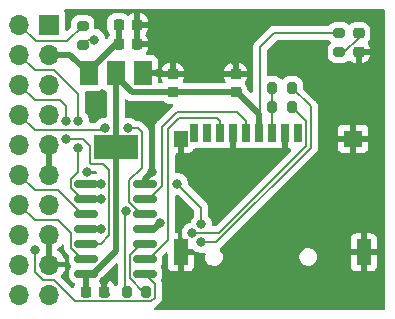
<source format=gbr>
%TF.GenerationSoftware,KiCad,Pcbnew,7.0.7*%
%TF.CreationDate,2023-08-18T08:54:36+02:00*%
%TF.ProjectId,uSD-Turbo,7553442d-5475-4726-926f-2e6b69636164,rev?*%
%TF.SameCoordinates,Original*%
%TF.FileFunction,Copper,L1,Top*%
%TF.FilePolarity,Positive*%
%FSLAX46Y46*%
G04 Gerber Fmt 4.6, Leading zero omitted, Abs format (unit mm)*
G04 Created by KiCad (PCBNEW 7.0.7) date 2023-08-18 08:54:36*
%MOMM*%
%LPD*%
G01*
G04 APERTURE LIST*
G04 Aperture macros list*
%AMRoundRect*
0 Rectangle with rounded corners*
0 $1 Rounding radius*
0 $2 $3 $4 $5 $6 $7 $8 $9 X,Y pos of 4 corners*
0 Add a 4 corners polygon primitive as box body*
4,1,4,$2,$3,$4,$5,$6,$7,$8,$9,$2,$3,0*
0 Add four circle primitives for the rounded corners*
1,1,$1+$1,$2,$3*
1,1,$1+$1,$4,$5*
1,1,$1+$1,$6,$7*
1,1,$1+$1,$8,$9*
0 Add four rect primitives between the rounded corners*
20,1,$1+$1,$2,$3,$4,$5,0*
20,1,$1+$1,$4,$5,$6,$7,0*
20,1,$1+$1,$6,$7,$8,$9,0*
20,1,$1+$1,$8,$9,$2,$3,0*%
G04 Aperture macros list end*
%TA.AperFunction,SMDPad,CuDef*%
%ADD10RoundRect,0.150000X0.825000X0.150000X-0.825000X0.150000X-0.825000X-0.150000X0.825000X-0.150000X0*%
%TD*%
%TA.AperFunction,SMDPad,CuDef*%
%ADD11R,1.500000X2.000000*%
%TD*%
%TA.AperFunction,SMDPad,CuDef*%
%ADD12R,3.800000X2.000000*%
%TD*%
%TA.AperFunction,SMDPad,CuDef*%
%ADD13RoundRect,0.225000X-0.225000X-0.250000X0.225000X-0.250000X0.225000X0.250000X-0.225000X0.250000X0*%
%TD*%
%TA.AperFunction,SMDPad,CuDef*%
%ADD14RoundRect,0.225000X0.250000X-0.225000X0.250000X0.225000X-0.250000X0.225000X-0.250000X-0.225000X0*%
%TD*%
%TA.AperFunction,SMDPad,CuDef*%
%ADD15R,0.700000X1.600000*%
%TD*%
%TA.AperFunction,SMDPad,CuDef*%
%ADD16R,1.200000X1.400000*%
%TD*%
%TA.AperFunction,SMDPad,CuDef*%
%ADD17R,1.200000X2.200000*%
%TD*%
%TA.AperFunction,SMDPad,CuDef*%
%ADD18R,1.600000X1.400000*%
%TD*%
%TA.AperFunction,SMDPad,CuDef*%
%ADD19RoundRect,0.200000X0.275000X-0.200000X0.275000X0.200000X-0.275000X0.200000X-0.275000X-0.200000X0*%
%TD*%
%TA.AperFunction,SMDPad,CuDef*%
%ADD20RoundRect,0.200000X-0.275000X0.200000X-0.275000X-0.200000X0.275000X-0.200000X0.275000X0.200000X0*%
%TD*%
%TA.AperFunction,SMDPad,CuDef*%
%ADD21RoundRect,0.200000X-0.200000X-0.275000X0.200000X-0.275000X0.200000X0.275000X-0.200000X0.275000X0*%
%TD*%
%TA.AperFunction,SMDPad,CuDef*%
%ADD22RoundRect,0.200000X0.200000X0.275000X-0.200000X0.275000X-0.200000X-0.275000X0.200000X-0.275000X0*%
%TD*%
%TA.AperFunction,ComponentPad*%
%ADD23R,1.700000X1.700000*%
%TD*%
%TA.AperFunction,ComponentPad*%
%ADD24O,1.700000X1.700000*%
%TD*%
%TA.AperFunction,SMDPad,CuDef*%
%ADD25RoundRect,0.218750X0.256250X-0.218750X0.256250X0.218750X-0.256250X0.218750X-0.256250X-0.218750X0*%
%TD*%
%TA.AperFunction,ViaPad*%
%ADD26C,0.800000*%
%TD*%
%TA.AperFunction,Conductor*%
%ADD27C,0.500000*%
%TD*%
%TA.AperFunction,Conductor*%
%ADD28C,0.200000*%
%TD*%
G04 APERTURE END LIST*
D10*
%TO.P,U1,1*%
%TO.N,PB2*%
X118245000Y-83942000D03*
%TO.P,U1,2*%
%TO.N,DOUT*%
X118245000Y-82672000D03*
%TO.P,U1,3*%
%TO.N,Net-(R1-Pad1)*%
X118245000Y-81402000D03*
%TO.P,U1,4*%
%TO.N,GND*%
X118245000Y-80132000D03*
%TO.P,U1,5*%
%TO.N,PB1*%
X118245000Y-78862000D03*
%TO.P,U1,6*%
%TO.N,CLK*%
X118245000Y-77592000D03*
%TO.P,U1,7,GND*%
%TO.N,GND*%
X118245000Y-76322000D03*
%TO.P,U1,8*%
%TO.N,Net-(R2-Pad2)*%
X113295000Y-76322000D03*
%TO.P,U1,9*%
%TO.N,CB2*%
X113295000Y-77592000D03*
%TO.P,U1,10*%
%TO.N,PB3*%
X113295000Y-78862000D03*
%TO.P,U1,11*%
%TO.N,Net-(R3-Pad2)*%
X113295000Y-80132000D03*
%TO.P,U1,12*%
%TO.N,PB0*%
X113295000Y-81402000D03*
%TO.P,U1,13*%
%TO.N,PB4*%
X113295000Y-82672000D03*
%TO.P,U1,14,VCC*%
%TO.N,+3.3V*%
X113295000Y-83942000D03*
%TD*%
D11*
%TO.P,U2,1,GND*%
%TO.N,GND*%
X118070000Y-66949000D03*
%TO.P,U2,2,VO*%
%TO.N,+3.3V*%
X115770000Y-66949000D03*
D12*
X115770000Y-73249000D03*
D11*
%TO.P,U2,3,VI*%
%TO.N,+5V*%
X113470000Y-66949000D03*
%TD*%
D13*
%TO.P,C2,1*%
%TO.N,+5V*%
X116011000Y-64511000D03*
%TO.P,C2,2*%
%TO.N,GND*%
X117561000Y-64511000D03*
%TD*%
D14*
%TO.P,C3,1*%
%TO.N,+3.3V*%
X125930000Y-68588000D03*
%TO.P,C3,2*%
%TO.N,GND*%
X125930000Y-67038000D03*
%TD*%
D15*
%TO.P,XS1,1,DAT2*%
%TO.N,unconnected-(XS1-DAT2-Pad1)*%
X131220000Y-72030000D03*
%TO.P,XS1,2,CS/DAT3*%
%TO.N,GND*%
X130120000Y-72030000D03*
%TO.P,XS1,3,DI/CMD*%
%TO.N,DIN*%
X129020000Y-72030000D03*
%TO.P,XS1,4,Vdd*%
%TO.N,+3.3V*%
X127920000Y-72030000D03*
%TO.P,XS1,5,CLK*%
%TO.N,CLK*%
X126820000Y-72030000D03*
D16*
%TO.P,XS1,6,GND*%
%TO.N,GND*%
X121270000Y-72530000D03*
D17*
X121270000Y-82130000D03*
D15*
X125720000Y-72030000D03*
D18*
X135870000Y-72530000D03*
D17*
X136770000Y-82130000D03*
D15*
%TO.P,XS1,7,DO/DAT0*%
%TO.N,DOUT*%
X124620000Y-72030000D03*
%TO.P,XS1,8,DAT1*%
%TO.N,unconnected-(XS1-DAT1-Pad8)*%
X123520000Y-72030000D03*
%TO.P,XS1,9,CD*%
%TO.N,unconnected-(XS1-CD-Pad9)*%
X122420000Y-72030000D03*
%TD*%
D14*
%TO.P,C5,1*%
%TO.N,+3.3V*%
X120596000Y-68588000D03*
%TO.P,C5,2*%
%TO.N,GND*%
X120596000Y-67038000D03*
%TD*%
D19*
%TO.P,R5,1*%
%TO.N,PB1*%
X112976000Y-64574000D03*
%TO.P,R5,2*%
%TO.N,CB1*%
X112976000Y-62924000D03*
%TD*%
D20*
%TO.P,R4,1*%
%TO.N,+3.3V*%
X134693000Y-63559000D03*
%TO.P,R4,2*%
%TO.N,Net-(D1-A)*%
X134693000Y-65209000D03*
%TD*%
D21*
%TO.P,R2,1*%
%TO.N,DIN*%
X129042000Y-68194000D03*
%TO.P,R2,2*%
%TO.N,Net-(R2-Pad2)*%
X130692000Y-68194000D03*
%TD*%
D22*
%TO.P,R1,1*%
%TO.N,Net-(R1-Pad1)*%
X118373000Y-85466000D03*
%TO.P,R1,2*%
%TO.N,CB2*%
X116723000Y-85466000D03*
%TD*%
D23*
%TO.P,J1,1,Pin_1*%
%TO.N,+5V*%
X110160000Y-62840000D03*
D24*
%TO.P,J1,2,Pin_2*%
%TO.N,CB1*%
X107620000Y-62840000D03*
%TO.P,J1,3,Pin_3*%
%TO.N,+5V*%
X110160000Y-65380000D03*
%TO.P,J1,4,Pin_4*%
%TO.N,CB2*%
X107620000Y-65380000D03*
%TO.P,J1,5,Pin_5*%
%TO.N,GND*%
X110160000Y-67920000D03*
%TO.P,J1,6,Pin_6*%
%TO.N,PB0*%
X107620000Y-67920000D03*
%TO.P,J1,7,Pin_7*%
%TO.N,GND*%
X110160000Y-70460000D03*
%TO.P,J1,8,Pin_8*%
%TO.N,PB1*%
X107620000Y-70460000D03*
%TO.P,J1,9,Pin_9*%
%TO.N,GND*%
X110160000Y-73000000D03*
%TO.P,J1,10,Pin_10*%
%TO.N,PB2*%
X107620000Y-73000000D03*
%TO.P,J1,11,Pin_11*%
%TO.N,GND*%
X110160000Y-75540000D03*
%TO.P,J1,12,Pin_12*%
%TO.N,PB3*%
X107620000Y-75540000D03*
%TO.P,J1,13,Pin_13*%
%TO.N,GND*%
X110160000Y-78080000D03*
%TO.P,J1,14,Pin_14*%
%TO.N,PB4*%
X107620000Y-78080000D03*
%TO.P,J1,15,Pin_15*%
%TO.N,GND*%
X110160000Y-80620000D03*
%TO.P,J1,16,Pin_16*%
%TO.N,unconnected-(J1-Pin_16-Pad16)*%
X107620000Y-80620000D03*
%TO.P,J1,17,Pin_17*%
%TO.N,GND*%
X110160000Y-83160000D03*
%TO.P,J1,18,Pin_18*%
%TO.N,unconnected-(J1-Pin_18-Pad18)*%
X107620000Y-83160000D03*
%TO.P,J1,19,Pin_19*%
%TO.N,GND*%
X110160000Y-85700000D03*
%TO.P,J1,20,Pin_20*%
%TO.N,unconnected-(J1-Pin_20-Pad20)*%
X107620000Y-85700000D03*
%TD*%
D13*
%TO.P,C4,1*%
%TO.N,+3.3V*%
X113217000Y-85466000D03*
%TO.P,C4,2*%
%TO.N,GND*%
X114767000Y-85466000D03*
%TD*%
D25*
%TO.P,D1,1,K*%
%TO.N,GND*%
X136344000Y-65171500D03*
%TO.P,D1,2,A*%
%TO.N,Net-(D1-A)*%
X136344000Y-63596500D03*
%TD*%
D21*
%TO.P,R3,1*%
%TO.N,DIN*%
X129042000Y-69845000D03*
%TO.P,R3,2*%
%TO.N,Net-(R3-Pad2)*%
X130692000Y-69845000D03*
%TD*%
D13*
%TO.P,C1,1*%
%TO.N,+5V*%
X116011000Y-62860000D03*
%TO.P,C1,2*%
%TO.N,GND*%
X117561000Y-62860000D03*
%TD*%
D26*
%TO.N,CB2*%
X112595000Y-70988000D03*
X114500000Y-77592000D03*
X112595000Y-73274000D03*
X116659000Y-78608000D03*
%TO.N,PB0*%
X111579000Y-70988000D03*
X111579000Y-72512000D03*
%TO.N,PB1*%
X116786000Y-71623000D03*
X114881000Y-71623000D03*
X113970000Y-64110000D03*
%TO.N,PB2*%
X108912000Y-81910000D03*
%TO.N,Net-(R2-Pad2)*%
X120977000Y-76322000D03*
X123009000Y-79751000D03*
X123009000Y-81275000D03*
X114500000Y-76322000D03*
%TO.N,GND*%
X125908000Y-65888000D03*
X119453000Y-69972000D03*
X117167000Y-69972000D03*
X122374000Y-85212000D03*
X122374000Y-74417000D03*
X114754000Y-84577000D03*
X113738000Y-69083000D03*
X134439000Y-85085000D03*
X119515500Y-79624000D03*
X124406000Y-66924000D03*
X114500000Y-69972000D03*
X119453000Y-66924000D03*
X128597000Y-85212000D03*
X128597000Y-74417000D03*
X134439000Y-74417000D03*
X113357000Y-75306000D03*
X118818000Y-75306000D03*
%TO.N,Net-(R3-Pad2)*%
X114500000Y-80132000D03*
X122247000Y-80513000D03*
%TD*%
D27*
%TO.N,+3.3V*%
X115770000Y-66949000D02*
X115770000Y-67199000D01*
X113295000Y-83942000D02*
X113848528Y-83942000D01*
D28*
X134693000Y-63559000D02*
X129168000Y-63559000D01*
D27*
X126057000Y-68575000D02*
X127920000Y-70438000D01*
D28*
X129168000Y-63559000D02*
X127962000Y-64765000D01*
D27*
X115770000Y-66949000D02*
X115770000Y-73249000D01*
X115770000Y-82020528D02*
X115770000Y-73249000D01*
X113217000Y-84020000D02*
X113295000Y-83942000D01*
D28*
X127962000Y-70396000D02*
X127920000Y-70438000D01*
D27*
X127920000Y-70438000D02*
X127920000Y-72030000D01*
X117146000Y-68575000D02*
X126057000Y-68575000D01*
X113848528Y-83942000D02*
X115770000Y-82020528D01*
D28*
X127962000Y-64765000D02*
X127962000Y-70396000D01*
D27*
X113217000Y-85466000D02*
X113217000Y-84020000D01*
X115770000Y-67199000D02*
X117146000Y-68575000D01*
D28*
%TO.N,Net-(R1-Pad1)*%
X118245000Y-81402000D02*
X117903604Y-81402000D01*
X116970000Y-84317000D02*
X118119000Y-85466000D01*
X117903604Y-81402000D02*
X116970000Y-82335604D01*
X116970000Y-82335604D02*
X116970000Y-84317000D01*
X118119000Y-85466000D02*
X118373000Y-85466000D01*
D27*
%TO.N,+5V*%
X113217000Y-66696000D02*
X113470000Y-66949000D01*
X113470000Y-66811000D02*
X115770000Y-64511000D01*
X111901000Y-65380000D02*
X113470000Y-66949000D01*
X113470000Y-66949000D02*
X113470000Y-66798000D01*
X113470000Y-66949000D02*
X113470000Y-66811000D01*
X116011000Y-64511000D02*
X116011000Y-62860000D01*
X110160000Y-65380000D02*
X111901000Y-65380000D01*
X115770000Y-64511000D02*
X116011000Y-64511000D01*
D28*
%TO.N,CB1*%
X111670000Y-64230000D02*
X112976000Y-62924000D01*
X109010000Y-64230000D02*
X111670000Y-64230000D01*
X107620000Y-62840000D02*
X109010000Y-64230000D01*
%TO.N,CB2*%
X112595000Y-73274000D02*
X112595000Y-75306000D01*
X110536346Y-66670000D02*
X108910000Y-66670000D01*
X108910000Y-66670000D02*
X107620000Y-65380000D01*
X112953604Y-77592000D02*
X113295000Y-77592000D01*
X110536346Y-66670000D02*
X112595000Y-68728654D01*
X116723000Y-85720000D02*
X116570000Y-85567000D01*
X112020000Y-76658396D02*
X112953604Y-77592000D01*
X116570000Y-78697000D02*
X116570000Y-85313000D01*
X112595000Y-75306000D02*
X112020000Y-75881000D01*
X116659000Y-78608000D02*
X116570000Y-78697000D01*
X116570000Y-85313000D02*
X116723000Y-85466000D01*
X112595000Y-68728654D02*
X112595000Y-70988000D01*
X113295000Y-77592000D02*
X114500000Y-77592000D01*
X112020000Y-75881000D02*
X112020000Y-76658396D01*
%TO.N,PB0*%
X113570000Y-74549000D02*
X113692000Y-74671000D01*
X113570000Y-73106000D02*
X113570000Y-74549000D01*
X112976000Y-72512000D02*
X113570000Y-73106000D01*
X107620000Y-67920000D02*
X108910000Y-69210000D01*
X113692000Y-74671000D02*
X114712000Y-74671000D01*
X108910000Y-69210000D02*
X111041950Y-69210000D01*
X114500000Y-81402000D02*
X113295000Y-81402000D01*
X114712000Y-74671000D02*
X115220000Y-75179000D01*
X111579000Y-72512000D02*
X112976000Y-72512000D01*
X111041950Y-69210000D02*
X111579000Y-69747050D01*
X115220000Y-75179000D02*
X115220000Y-80682000D01*
X111579000Y-69747050D02*
X111579000Y-70988000D01*
X115220000Y-80682000D02*
X114500000Y-81402000D01*
%TO.N,PB1*%
X117644000Y-71623000D02*
X117970000Y-71949000D01*
X116913000Y-76042604D02*
X116913000Y-77871396D01*
X108910000Y-71750000D02*
X114754000Y-71750000D01*
X113970000Y-64110000D02*
X113440000Y-64110000D01*
X108910000Y-71750000D02*
X107620000Y-70460000D01*
X117903604Y-78862000D02*
X118245000Y-78862000D01*
X114754000Y-71750000D02*
X114881000Y-71623000D01*
X116913000Y-77871396D02*
X117903604Y-78862000D01*
X117970000Y-74985604D02*
X116913000Y-76042604D01*
X113440000Y-64110000D02*
X112976000Y-64574000D01*
X116786000Y-71623000D02*
X117644000Y-71623000D01*
X117970000Y-71949000D02*
X117970000Y-74985604D01*
%TO.N,PB2*%
X109583654Y-84450000D02*
X110536346Y-84450000D01*
X108912000Y-81910000D02*
X108912000Y-83778346D01*
X119073000Y-85973000D02*
X119073000Y-84770000D01*
X110536346Y-84450000D02*
X112356346Y-86270000D01*
X108912000Y-83778346D02*
X109583654Y-84450000D01*
X119073000Y-84770000D02*
X118245000Y-83942000D01*
X112356346Y-86270000D02*
X118776000Y-86270000D01*
X118776000Y-86270000D02*
X119073000Y-85973000D01*
%TO.N,PB3*%
X107620000Y-75540000D02*
X108912000Y-76832000D01*
X108912000Y-76832000D02*
X110923604Y-76832000D01*
X110923604Y-76832000D02*
X112953604Y-78862000D01*
X112953604Y-78862000D02*
X113295000Y-78862000D01*
%TO.N,PB4*%
X112020000Y-81738396D02*
X112953604Y-82672000D01*
X112953604Y-82672000D02*
X113295000Y-82672000D01*
X112020000Y-80468396D02*
X112020000Y-81738396D01*
X110923604Y-79372000D02*
X112020000Y-80468396D01*
X108912000Y-79372000D02*
X110923604Y-79372000D01*
X107620000Y-78080000D02*
X108912000Y-79372000D01*
%TO.N,Net-(R2-Pad2)*%
X114500000Y-76322000D02*
X113295000Y-76322000D01*
X123009000Y-81275000D02*
X124290685Y-81275000D01*
X123009000Y-78354000D02*
X123009000Y-79751000D01*
X120977000Y-76322000D02*
X123009000Y-78354000D01*
X132270000Y-69772000D02*
X130692000Y-68194000D01*
X124290685Y-81275000D02*
X132270000Y-73295685D01*
X132270000Y-73295685D02*
X132270000Y-69772000D01*
D27*
%TO.N,GND*%
X114995000Y-85642000D02*
X114995000Y-85720000D01*
X114767000Y-85466000D02*
X114767000Y-84590000D01*
X118245000Y-76322000D02*
X118245000Y-75879000D01*
X119007500Y-80132000D02*
X119515500Y-79624000D01*
X110160000Y-83160000D02*
X110160000Y-80620000D01*
X118245000Y-80132000D02*
X119007500Y-80132000D01*
X118245000Y-75879000D02*
X118818000Y-75306000D01*
X114767000Y-84590000D02*
X114754000Y-84577000D01*
X110160000Y-75540000D02*
X110160000Y-73000000D01*
D28*
%TO.N,DOUT*%
X121166000Y-70734000D02*
X124324000Y-70734000D01*
X118245000Y-82672000D02*
X118586396Y-82672000D01*
X124324000Y-70734000D02*
X124620000Y-71030000D01*
X120215000Y-81043396D02*
X120215000Y-71685000D01*
X118586396Y-82672000D02*
X120215000Y-81043396D01*
X120215000Y-71685000D02*
X121166000Y-70734000D01*
X124620000Y-71030000D02*
X124620000Y-72030000D01*
%TO.N,CLK*%
X119707000Y-76471396D02*
X119707000Y-71496000D01*
X126016000Y-70226000D02*
X126820000Y-71030000D01*
X120977000Y-70226000D02*
X126016000Y-70226000D01*
X126820000Y-71030000D02*
X126820000Y-72030000D01*
X118245000Y-77592000D02*
X118586396Y-77592000D01*
X118586396Y-77592000D02*
X119707000Y-76471396D01*
X119707000Y-71496000D02*
X120977000Y-70226000D01*
%TO.N,DIN*%
X129020000Y-69867000D02*
X129042000Y-69845000D01*
X129020000Y-72030000D02*
X129020000Y-69867000D01*
X129042000Y-68194000D02*
X129042000Y-69845000D01*
%TO.N,Net-(D1-A)*%
X135097877Y-65209000D02*
X136344000Y-63962877D01*
X134693000Y-65209000D02*
X135097877Y-65209000D01*
X136344000Y-63962877D02*
X136344000Y-63596500D01*
%TO.N,Net-(R3-Pad2)*%
X124487000Y-80513000D02*
X131870000Y-73130000D01*
X114500000Y-80132000D02*
X113295000Y-80132000D01*
X131870000Y-71023000D02*
X130692000Y-69845000D01*
X131870000Y-73130000D02*
X131870000Y-71023000D01*
X122247000Y-80513000D02*
X124487000Y-80513000D01*
%TD*%
%TA.AperFunction,Conductor*%
%TO.N,GND*%
G36*
X138502539Y-61530185D02*
G01*
X138548294Y-61582989D01*
X138559500Y-61634500D01*
X138559500Y-86905500D01*
X138539815Y-86972539D01*
X138487011Y-87018294D01*
X138435500Y-87029500D01*
X119134646Y-87029500D01*
X119067607Y-87009815D01*
X119021852Y-86957011D01*
X119011908Y-86887853D01*
X119040933Y-86824297D01*
X119072644Y-86798114D01*
X119078834Y-86794538D01*
X119078841Y-86794536D01*
X119151875Y-86738495D01*
X119204282Y-86698282D01*
X119225983Y-86669999D01*
X119231311Y-86663922D01*
X119466922Y-86428311D01*
X119472999Y-86422983D01*
X119501282Y-86401282D01*
X119597536Y-86275841D01*
X119658044Y-86129762D01*
X119673500Y-86012361D01*
X119678682Y-85973000D01*
X119674030Y-85937669D01*
X119673500Y-85929571D01*
X119673500Y-84813428D01*
X119674031Y-84805326D01*
X119677085Y-84782134D01*
X119678682Y-84770000D01*
X119658044Y-84613238D01*
X119623856Y-84530704D01*
X119616388Y-84461236D01*
X119631687Y-84420130D01*
X119671742Y-84352401D01*
X119671744Y-84352398D01*
X119716457Y-84198498D01*
X119717597Y-84194573D01*
X119717598Y-84194567D01*
X119720500Y-84157696D01*
X119720500Y-83726304D01*
X119717598Y-83689432D01*
X119717597Y-83689426D01*
X119671745Y-83531606D01*
X119671744Y-83531603D01*
X119671744Y-83531602D01*
X119631382Y-83463353D01*
X119588084Y-83390139D01*
X119583301Y-83383974D01*
X119585745Y-83382077D01*
X119559142Y-83333358D01*
X119564126Y-83263666D01*
X119584932Y-83231291D01*
X119583301Y-83230026D01*
X119588077Y-83223868D01*
X119588081Y-83223865D01*
X119671744Y-83082398D01*
X119717598Y-82924569D01*
X119720500Y-82887694D01*
X119720500Y-82456306D01*
X119719938Y-82449172D01*
X119734296Y-82380796D01*
X119755868Y-82351761D01*
X119958321Y-82149308D01*
X120019642Y-82115825D01*
X120089334Y-82120809D01*
X120145267Y-82162681D01*
X120169684Y-82228145D01*
X120170000Y-82236991D01*
X120170000Y-83277844D01*
X120176401Y-83337372D01*
X120176403Y-83337379D01*
X120226645Y-83472086D01*
X120226649Y-83472093D01*
X120312809Y-83587187D01*
X120312812Y-83587190D01*
X120427906Y-83673350D01*
X120427913Y-83673354D01*
X120562620Y-83723596D01*
X120562627Y-83723598D01*
X120622155Y-83729999D01*
X120622172Y-83730000D01*
X121020000Y-83730000D01*
X121020000Y-83729999D01*
X121519999Y-83729999D01*
X121520000Y-83730000D01*
X121917828Y-83730000D01*
X121917844Y-83729999D01*
X121977372Y-83723598D01*
X121977379Y-83723596D01*
X122112086Y-83673354D01*
X122112093Y-83673350D01*
X122227187Y-83587190D01*
X122227190Y-83587187D01*
X122313350Y-83472093D01*
X122313354Y-83472086D01*
X122363596Y-83337379D01*
X122363598Y-83337372D01*
X122369999Y-83277844D01*
X122370000Y-83277827D01*
X122370000Y-82380000D01*
X121520000Y-82380000D01*
X121519999Y-83729999D01*
X121020000Y-83729999D01*
X121020000Y-80530000D01*
X120939500Y-80530000D01*
X120872461Y-80510315D01*
X120826706Y-80457511D01*
X120815500Y-80406000D01*
X120815500Y-77346500D01*
X120835185Y-77279461D01*
X120887989Y-77233706D01*
X120939500Y-77222500D01*
X120976903Y-77222500D01*
X121043942Y-77242185D01*
X121064584Y-77258819D01*
X122372181Y-78566415D01*
X122405666Y-78627738D01*
X122408500Y-78654096D01*
X122408500Y-79024547D01*
X122388815Y-79091586D01*
X122376650Y-79107519D01*
X122276466Y-79218785D01*
X122181821Y-79382715D01*
X122181819Y-79382719D01*
X122125929Y-79554731D01*
X122086491Y-79612406D01*
X122033781Y-79637702D01*
X121967195Y-79651856D01*
X121967192Y-79651857D01*
X121794270Y-79728848D01*
X121794265Y-79728851D01*
X121641129Y-79840111D01*
X121514466Y-79980785D01*
X121419821Y-80144715D01*
X121419818Y-80144722D01*
X121372874Y-80289202D01*
X121361326Y-80324744D01*
X121341540Y-80513000D01*
X121361326Y-80701256D01*
X121361327Y-80701259D01*
X121419818Y-80881277D01*
X121419820Y-80881281D01*
X121419821Y-80881284D01*
X121459955Y-80950798D01*
X121503387Y-81026026D01*
X121519999Y-81088025D01*
X121519999Y-81879999D01*
X121520000Y-81880000D01*
X122286794Y-81880000D01*
X122353833Y-81899685D01*
X122378940Y-81921024D01*
X122393324Y-81936998D01*
X122403133Y-81947892D01*
X122403135Y-81947893D01*
X122556265Y-82059148D01*
X122556270Y-82059151D01*
X122729192Y-82136142D01*
X122729197Y-82136144D01*
X122914354Y-82175500D01*
X122914355Y-82175500D01*
X123103644Y-82175500D01*
X123103646Y-82175500D01*
X123229179Y-82148817D01*
X123298843Y-82154133D01*
X123354576Y-82196270D01*
X123378682Y-82261849D01*
X123373748Y-82305670D01*
X123345871Y-82398786D01*
X123345869Y-82398794D01*
X123335668Y-82573933D01*
X123351058Y-82661210D01*
X123366135Y-82746711D01*
X123435623Y-82907804D01*
X123435624Y-82907806D01*
X123435626Y-82907809D01*
X123467153Y-82950156D01*
X123540390Y-83048530D01*
X123674786Y-83161302D01*
X123752488Y-83200325D01*
X123831562Y-83240038D01*
X123831563Y-83240038D01*
X123831567Y-83240040D01*
X124002279Y-83280500D01*
X124002282Y-83280500D01*
X124133701Y-83280500D01*
X124133709Y-83280500D01*
X124264255Y-83265241D01*
X124429117Y-83205237D01*
X124575696Y-83108830D01*
X124696092Y-82981218D01*
X124783812Y-82829281D01*
X124834130Y-82661210D01*
X124839213Y-82573933D01*
X131315668Y-82573933D01*
X131331058Y-82661210D01*
X131346135Y-82746711D01*
X131415623Y-82907804D01*
X131415624Y-82907806D01*
X131415626Y-82907809D01*
X131447153Y-82950156D01*
X131520390Y-83048530D01*
X131654786Y-83161302D01*
X131732488Y-83200325D01*
X131811562Y-83240038D01*
X131811563Y-83240038D01*
X131811567Y-83240040D01*
X131982279Y-83280500D01*
X131982282Y-83280500D01*
X132113701Y-83280500D01*
X132113709Y-83280500D01*
X132244255Y-83265241D01*
X132409117Y-83205237D01*
X132555696Y-83108830D01*
X132676092Y-82981218D01*
X132763812Y-82829281D01*
X132814130Y-82661210D01*
X132824331Y-82486065D01*
X132805628Y-82380000D01*
X135670000Y-82380000D01*
X135670000Y-83277844D01*
X135676401Y-83337372D01*
X135676403Y-83337379D01*
X135726645Y-83472086D01*
X135726649Y-83472093D01*
X135812809Y-83587187D01*
X135812812Y-83587190D01*
X135927906Y-83673350D01*
X135927913Y-83673354D01*
X136062620Y-83723596D01*
X136062627Y-83723598D01*
X136122155Y-83729999D01*
X136122172Y-83730000D01*
X136520000Y-83730000D01*
X136520000Y-82380000D01*
X137020000Y-82380000D01*
X137020000Y-83730000D01*
X137417828Y-83730000D01*
X137417844Y-83729999D01*
X137477372Y-83723598D01*
X137477379Y-83723596D01*
X137612086Y-83673354D01*
X137612093Y-83673350D01*
X137727187Y-83587190D01*
X137727190Y-83587187D01*
X137813350Y-83472093D01*
X137813354Y-83472086D01*
X137863596Y-83337379D01*
X137863598Y-83337372D01*
X137869999Y-83277844D01*
X137870000Y-83277827D01*
X137870000Y-82380000D01*
X137020000Y-82380000D01*
X136520000Y-82380000D01*
X135670000Y-82380000D01*
X132805628Y-82380000D01*
X132793865Y-82313289D01*
X132724377Y-82152196D01*
X132722228Y-82149310D01*
X132619609Y-82011469D01*
X132485214Y-81898698D01*
X132485212Y-81898697D01*
X132447984Y-81880000D01*
X135670000Y-81880000D01*
X136520000Y-81880000D01*
X136520000Y-80530000D01*
X137020000Y-80530000D01*
X137020000Y-81880000D01*
X137870000Y-81880000D01*
X137870000Y-80982172D01*
X137869999Y-80982155D01*
X137863598Y-80922627D01*
X137863596Y-80922620D01*
X137813354Y-80787913D01*
X137813350Y-80787906D01*
X137727190Y-80672812D01*
X137727187Y-80672809D01*
X137612093Y-80586649D01*
X137612086Y-80586645D01*
X137477379Y-80536403D01*
X137477372Y-80536401D01*
X137417844Y-80530000D01*
X137020000Y-80530000D01*
X136520000Y-80530000D01*
X136122155Y-80530000D01*
X136062627Y-80536401D01*
X136062620Y-80536403D01*
X135927913Y-80586645D01*
X135927906Y-80586649D01*
X135812812Y-80672809D01*
X135812809Y-80672812D01*
X135726649Y-80787906D01*
X135726645Y-80787913D01*
X135676403Y-80922620D01*
X135676401Y-80922627D01*
X135670000Y-80982155D01*
X135670000Y-81880000D01*
X132447984Y-81880000D01*
X132328437Y-81819961D01*
X132328433Y-81819960D01*
X132157721Y-81779500D01*
X132026291Y-81779500D01*
X131921854Y-81791707D01*
X131895743Y-81794759D01*
X131895740Y-81794760D01*
X131730884Y-81854762D01*
X131730880Y-81854764D01*
X131584306Y-81951167D01*
X131584305Y-81951168D01*
X131463910Y-82078778D01*
X131376188Y-82230718D01*
X131325870Y-82398789D01*
X131325869Y-82398794D01*
X131315668Y-82573933D01*
X124839213Y-82573933D01*
X124844331Y-82486065D01*
X124813865Y-82313289D01*
X124744377Y-82152196D01*
X124742228Y-82149310D01*
X124639609Y-82011469D01*
X124604022Y-81981608D01*
X124565320Y-81923437D01*
X124564212Y-81853576D01*
X124601049Y-81794206D01*
X124608226Y-81788255D01*
X124718967Y-81703282D01*
X124740669Y-81674998D01*
X124745995Y-81668923D01*
X132663916Y-73751003D01*
X132670006Y-73745662D01*
X132698282Y-73723967D01*
X132760960Y-73642284D01*
X132794536Y-73598526D01*
X132855044Y-73452447D01*
X132875682Y-73295685D01*
X132871027Y-73260340D01*
X132870499Y-73252268D01*
X132870499Y-72780000D01*
X134570000Y-72780000D01*
X134570000Y-73277844D01*
X134576401Y-73337372D01*
X134576403Y-73337379D01*
X134626645Y-73472086D01*
X134626649Y-73472093D01*
X134712809Y-73587187D01*
X134712812Y-73587190D01*
X134827906Y-73673350D01*
X134827913Y-73673354D01*
X134962620Y-73723596D01*
X134962627Y-73723598D01*
X135022155Y-73729999D01*
X135022172Y-73730000D01*
X135620000Y-73730000D01*
X135620000Y-72780000D01*
X136120000Y-72780000D01*
X136120000Y-73730000D01*
X136717828Y-73730000D01*
X136717844Y-73729999D01*
X136777372Y-73723598D01*
X136777379Y-73723596D01*
X136912086Y-73673354D01*
X136912093Y-73673350D01*
X137027187Y-73587190D01*
X137027190Y-73587187D01*
X137113350Y-73472093D01*
X137113354Y-73472086D01*
X137163596Y-73337379D01*
X137163598Y-73337372D01*
X137169999Y-73277844D01*
X137170000Y-73277827D01*
X137170000Y-72780000D01*
X136120000Y-72780000D01*
X135620000Y-72780000D01*
X134570000Y-72780000D01*
X132870499Y-72780000D01*
X132870499Y-72280000D01*
X134570000Y-72280000D01*
X135620000Y-72280000D01*
X135620000Y-71330000D01*
X136120000Y-71330000D01*
X136120000Y-72280000D01*
X137170000Y-72280000D01*
X137170000Y-71782172D01*
X137169999Y-71782155D01*
X137163598Y-71722627D01*
X137163596Y-71722620D01*
X137113354Y-71587913D01*
X137113350Y-71587906D01*
X137027190Y-71472812D01*
X137027187Y-71472809D01*
X136912093Y-71386649D01*
X136912086Y-71386645D01*
X136777379Y-71336403D01*
X136777372Y-71336401D01*
X136717844Y-71330000D01*
X136120000Y-71330000D01*
X135620000Y-71330000D01*
X135022155Y-71330000D01*
X134962627Y-71336401D01*
X134962620Y-71336403D01*
X134827913Y-71386645D01*
X134827906Y-71386649D01*
X134712812Y-71472809D01*
X134712809Y-71472812D01*
X134626649Y-71587906D01*
X134626645Y-71587913D01*
X134576403Y-71722620D01*
X134576401Y-71722627D01*
X134570000Y-71782155D01*
X134570000Y-72280000D01*
X132870499Y-72280000D01*
X132870499Y-69815414D01*
X132871027Y-69807345D01*
X132875682Y-69772000D01*
X132871956Y-69743701D01*
X132855044Y-69615239D01*
X132855044Y-69615238D01*
X132794536Y-69469159D01*
X132757970Y-69421505D01*
X132698282Y-69343718D01*
X132670005Y-69322020D01*
X132663904Y-69316669D01*
X131628819Y-68281584D01*
X131595334Y-68220261D01*
X131592500Y-68193903D01*
X131592500Y-68054294D01*
X131592500Y-67862384D01*
X131586086Y-67791804D01*
X131535478Y-67629394D01*
X131447472Y-67483815D01*
X131447470Y-67483813D01*
X131447469Y-67483811D01*
X131327188Y-67363530D01*
X131267248Y-67327295D01*
X131181606Y-67275522D01*
X131019196Y-67224914D01*
X131019194Y-67224913D01*
X131019192Y-67224913D01*
X130969778Y-67220423D01*
X130948616Y-67218500D01*
X130435384Y-67218500D01*
X130416145Y-67220248D01*
X130364807Y-67224913D01*
X130202393Y-67275522D01*
X130056811Y-67363530D01*
X130056810Y-67363531D01*
X129954681Y-67465661D01*
X129893358Y-67499146D01*
X129823666Y-67494162D01*
X129779319Y-67465661D01*
X129677188Y-67363530D01*
X129617248Y-67327295D01*
X129531606Y-67275522D01*
X129369196Y-67224914D01*
X129369194Y-67224913D01*
X129369192Y-67224913D01*
X129319778Y-67220423D01*
X129298616Y-67218500D01*
X128785384Y-67218500D01*
X128714804Y-67224914D01*
X128714803Y-67224914D01*
X128714794Y-67224915D01*
X128710675Y-67225734D01*
X128641085Y-67219498D01*
X128585913Y-67176629D01*
X128562676Y-67110736D01*
X128562499Y-67104148D01*
X128562499Y-65065096D01*
X128582184Y-64998058D01*
X128598818Y-64977416D01*
X129380416Y-64195819D01*
X129441739Y-64162334D01*
X129468097Y-64159500D01*
X133776480Y-64159500D01*
X133843519Y-64179185D01*
X133864161Y-64195819D01*
X133964660Y-64296318D01*
X133998145Y-64357641D01*
X133993161Y-64427333D01*
X133964661Y-64471679D01*
X133862531Y-64573810D01*
X133862530Y-64573811D01*
X133774522Y-64719393D01*
X133723913Y-64881807D01*
X133717499Y-64952386D01*
X133717499Y-65465613D01*
X133723913Y-65536192D01*
X133723913Y-65536194D01*
X133723914Y-65536196D01*
X133774522Y-65698606D01*
X133862212Y-65843663D01*
X133862530Y-65844188D01*
X133982811Y-65964469D01*
X133982813Y-65964470D01*
X133982815Y-65964472D01*
X134128394Y-66052478D01*
X134290804Y-66103086D01*
X134361384Y-66109500D01*
X134361387Y-66109500D01*
X135024613Y-66109500D01*
X135024616Y-66109500D01*
X135095196Y-66103086D01*
X135257606Y-66052478D01*
X135403185Y-65964472D01*
X135415086Y-65952571D01*
X135436665Y-65930993D01*
X135497988Y-65897508D01*
X135567680Y-65902492D01*
X135612027Y-65930993D01*
X135638919Y-65957885D01*
X135781922Y-66046091D01*
X135781927Y-66046093D01*
X135941416Y-66098942D01*
X136039855Y-66108999D01*
X136093999Y-66108998D01*
X136094000Y-66108998D01*
X136094000Y-65421500D01*
X136594000Y-65421500D01*
X136594000Y-66108999D01*
X136648136Y-66108999D01*
X136648152Y-66108998D01*
X136746583Y-66098943D01*
X136906072Y-66046093D01*
X136906077Y-66046091D01*
X137049080Y-65957885D01*
X137167885Y-65839080D01*
X137256091Y-65696077D01*
X137256093Y-65696072D01*
X137308942Y-65536583D01*
X137318999Y-65438150D01*
X137319000Y-65438137D01*
X137319000Y-65421500D01*
X136594000Y-65421500D01*
X136094000Y-65421500D01*
X136094000Y-65113474D01*
X136113685Y-65046435D01*
X136130319Y-65025792D01*
X136145612Y-65010500D01*
X136198293Y-64957818D01*
X136259618Y-64924334D01*
X136285975Y-64921500D01*
X137318999Y-64921500D01*
X137318999Y-64904864D01*
X137318998Y-64904847D01*
X137308943Y-64806416D01*
X137256093Y-64646927D01*
X137256091Y-64646922D01*
X137167885Y-64503919D01*
X137136000Y-64472034D01*
X137102515Y-64410711D01*
X137107499Y-64341019D01*
X137136000Y-64296672D01*
X137136354Y-64296318D01*
X137168281Y-64264391D01*
X137256549Y-64121287D01*
X137309436Y-63961685D01*
X137319500Y-63863174D01*
X137319500Y-63329826D01*
X137309436Y-63231315D01*
X137256549Y-63071713D01*
X137256545Y-63071707D01*
X137256544Y-63071704D01*
X137168283Y-62928612D01*
X137168280Y-62928608D01*
X137049391Y-62809719D01*
X137049387Y-62809716D01*
X136906295Y-62721455D01*
X136906289Y-62721452D01*
X136906287Y-62721451D01*
X136746685Y-62668564D01*
X136746683Y-62668563D01*
X136648181Y-62658500D01*
X136648174Y-62658500D01*
X136039826Y-62658500D01*
X136039818Y-62658500D01*
X135941316Y-62668563D01*
X135941315Y-62668564D01*
X135862219Y-62694773D01*
X135781715Y-62721450D01*
X135781704Y-62721455D01*
X135638612Y-62809716D01*
X135638611Y-62809716D01*
X135611671Y-62836656D01*
X135550346Y-62870139D01*
X135480655Y-62865152D01*
X135436311Y-62836653D01*
X135403188Y-62803530D01*
X135257606Y-62715522D01*
X135106906Y-62668563D01*
X135095196Y-62664914D01*
X135095194Y-62664913D01*
X135095192Y-62664913D01*
X135045778Y-62660423D01*
X135024616Y-62658500D01*
X134361384Y-62658500D01*
X134342145Y-62660248D01*
X134290807Y-62664913D01*
X134128393Y-62715522D01*
X133982811Y-62803530D01*
X133982810Y-62803531D01*
X133864161Y-62922181D01*
X133802838Y-62955666D01*
X133776480Y-62958500D01*
X129211434Y-62958500D01*
X129203334Y-62957969D01*
X129168000Y-62953317D01*
X129167999Y-62953317D01*
X128963011Y-62980305D01*
X128940467Y-63002583D01*
X128929144Y-63007959D01*
X128865160Y-63034462D01*
X128865159Y-63034463D01*
X128739719Y-63130716D01*
X128718019Y-63158994D01*
X128712668Y-63165096D01*
X127568096Y-64309668D01*
X127561994Y-64315019D01*
X127533717Y-64336718D01*
X127483259Y-64402478D01*
X127437462Y-64462162D01*
X127437461Y-64462163D01*
X127376957Y-64608234D01*
X127376955Y-64608239D01*
X127356318Y-64764998D01*
X127356318Y-64764999D01*
X127360969Y-64800326D01*
X127361500Y-64808428D01*
X127361500Y-68518770D01*
X127341815Y-68585809D01*
X127289011Y-68631564D01*
X127219853Y-68641508D01*
X127156297Y-68612483D01*
X127149819Y-68606451D01*
X126941778Y-68398410D01*
X126908293Y-68337087D01*
X126905619Y-68317017D01*
X126905499Y-68314672D01*
X126905499Y-68314656D01*
X126895349Y-68215292D01*
X126842003Y-68054303D01*
X126841999Y-68054297D01*
X126841998Y-68054294D01*
X126752970Y-67909959D01*
X126752967Y-67909955D01*
X126743339Y-67900327D01*
X126709854Y-67839004D01*
X126714838Y-67769312D01*
X126743345Y-67724959D01*
X126752573Y-67715731D01*
X126841542Y-67571492D01*
X126841547Y-67571481D01*
X126894855Y-67410606D01*
X126904999Y-67311322D01*
X126905000Y-67311309D01*
X126905000Y-67288000D01*
X124955001Y-67288000D01*
X124955001Y-67311322D01*
X124965144Y-67410607D01*
X125018452Y-67571481D01*
X125018455Y-67571488D01*
X125057879Y-67635402D01*
X125076320Y-67702794D01*
X125055398Y-67769458D01*
X125001757Y-67814228D01*
X124952341Y-67824500D01*
X121573659Y-67824500D01*
X121506620Y-67804815D01*
X121460865Y-67752011D01*
X121450921Y-67682853D01*
X121468121Y-67635402D01*
X121507544Y-67571488D01*
X121507547Y-67571481D01*
X121560855Y-67410606D01*
X121570999Y-67311322D01*
X121571000Y-67311309D01*
X121571000Y-67288000D01*
X119621001Y-67288000D01*
X119621001Y-67311322D01*
X119631144Y-67410607D01*
X119684452Y-67571481D01*
X119684455Y-67571488D01*
X119723879Y-67635402D01*
X119742320Y-67702794D01*
X119721398Y-67769458D01*
X119667757Y-67814228D01*
X119618341Y-67824500D01*
X119444000Y-67824500D01*
X119376961Y-67804815D01*
X119331206Y-67752011D01*
X119320000Y-67700500D01*
X119320000Y-67199000D01*
X117944000Y-67199000D01*
X117876961Y-67179315D01*
X117831206Y-67126511D01*
X117820000Y-67075000D01*
X117820000Y-66823000D01*
X117830277Y-66788000D01*
X119621000Y-66788000D01*
X120346000Y-66788000D01*
X120346000Y-66088000D01*
X120846000Y-66088000D01*
X120846000Y-66788000D01*
X121570999Y-66788000D01*
X124955000Y-66788000D01*
X125679999Y-66788000D01*
X125679999Y-66088000D01*
X126180000Y-66088000D01*
X126180000Y-66788000D01*
X126904999Y-66788000D01*
X126904999Y-66764692D01*
X126904998Y-66764677D01*
X126894855Y-66665392D01*
X126841547Y-66504518D01*
X126841542Y-66504507D01*
X126752575Y-66360271D01*
X126752572Y-66360267D01*
X126632732Y-66240427D01*
X126632728Y-66240424D01*
X126488492Y-66151457D01*
X126488481Y-66151452D01*
X126327606Y-66098144D01*
X126228322Y-66088000D01*
X126180000Y-66088000D01*
X125679999Y-66088000D01*
X125679998Y-66087999D01*
X125631693Y-66088000D01*
X125631675Y-66088001D01*
X125532392Y-66098144D01*
X125371518Y-66151452D01*
X125371507Y-66151457D01*
X125227271Y-66240424D01*
X125227267Y-66240427D01*
X125107427Y-66360267D01*
X125107424Y-66360271D01*
X125018457Y-66504507D01*
X125018452Y-66504518D01*
X124965144Y-66665393D01*
X124955000Y-66764677D01*
X124955000Y-66788000D01*
X121570999Y-66788000D01*
X121570999Y-66764692D01*
X121570998Y-66764677D01*
X121560855Y-66665392D01*
X121507547Y-66504518D01*
X121507542Y-66504507D01*
X121418575Y-66360271D01*
X121418572Y-66360267D01*
X121298732Y-66240427D01*
X121298728Y-66240424D01*
X121154492Y-66151457D01*
X121154481Y-66151452D01*
X120993606Y-66098144D01*
X120894322Y-66088000D01*
X120846000Y-66088000D01*
X120346000Y-66088000D01*
X120345999Y-66087999D01*
X120297693Y-66088000D01*
X120297675Y-66088001D01*
X120198392Y-66098144D01*
X120037518Y-66151452D01*
X120037507Y-66151457D01*
X119893271Y-66240424D01*
X119893267Y-66240427D01*
X119773427Y-66360267D01*
X119773424Y-66360271D01*
X119684457Y-66504507D01*
X119684452Y-66504518D01*
X119631144Y-66665393D01*
X119621000Y-66764677D01*
X119621000Y-66788000D01*
X117830277Y-66788000D01*
X117839685Y-66755961D01*
X117892489Y-66710206D01*
X117944000Y-66699000D01*
X119320000Y-66699000D01*
X119320000Y-65901172D01*
X119319999Y-65901155D01*
X119313598Y-65841627D01*
X119313596Y-65841620D01*
X119263354Y-65706913D01*
X119263350Y-65706906D01*
X119177190Y-65591812D01*
X119177187Y-65591809D01*
X119062093Y-65505649D01*
X119062086Y-65505645D01*
X118927379Y-65455403D01*
X118927372Y-65455401D01*
X118867844Y-65449000D01*
X118422667Y-65449000D01*
X118355628Y-65429315D01*
X118309873Y-65376511D01*
X118299929Y-65307353D01*
X118328954Y-65243797D01*
X118334986Y-65237319D01*
X118358572Y-65213732D01*
X118358575Y-65213728D01*
X118447542Y-65069492D01*
X118447547Y-65069481D01*
X118500855Y-64908606D01*
X118510999Y-64809322D01*
X118511000Y-64809309D01*
X118511000Y-64761000D01*
X117435000Y-64761000D01*
X117367961Y-64741315D01*
X117322206Y-64688511D01*
X117311000Y-64637000D01*
X117311000Y-63110000D01*
X117811000Y-63110000D01*
X117811000Y-64261000D01*
X118510999Y-64261000D01*
X118510999Y-64212692D01*
X118510998Y-64212677D01*
X118500855Y-64113392D01*
X118447547Y-63952518D01*
X118447542Y-63952507D01*
X118358575Y-63808271D01*
X118358572Y-63808267D01*
X118323486Y-63773181D01*
X118290001Y-63711858D01*
X118294985Y-63642166D01*
X118323486Y-63597819D01*
X118358572Y-63562732D01*
X118358575Y-63562728D01*
X118447542Y-63418492D01*
X118447547Y-63418481D01*
X118500855Y-63257606D01*
X118510999Y-63158322D01*
X118511000Y-63158309D01*
X118511000Y-63110000D01*
X117811000Y-63110000D01*
X117311000Y-63110000D01*
X117311000Y-61885000D01*
X117811000Y-61885000D01*
X117811000Y-62610000D01*
X118510999Y-62610000D01*
X118510999Y-62561692D01*
X118510998Y-62561677D01*
X118500855Y-62462392D01*
X118447547Y-62301518D01*
X118447542Y-62301507D01*
X118358575Y-62157271D01*
X118358572Y-62157267D01*
X118238732Y-62037427D01*
X118238728Y-62037424D01*
X118094492Y-61948457D01*
X118094481Y-61948452D01*
X117933606Y-61895144D01*
X117834322Y-61885000D01*
X117811000Y-61885000D01*
X117311000Y-61885000D01*
X117311000Y-61884999D01*
X117287693Y-61885000D01*
X117287674Y-61885001D01*
X117188392Y-61895144D01*
X117027518Y-61948452D01*
X117027507Y-61948457D01*
X116883271Y-62037424D01*
X116883265Y-62037428D01*
X116874031Y-62046663D01*
X116812707Y-62080146D01*
X116743015Y-62075159D01*
X116698672Y-62046660D01*
X116689044Y-62037032D01*
X116689040Y-62037029D01*
X116544705Y-61948001D01*
X116544699Y-61947998D01*
X116544697Y-61947997D01*
X116534388Y-61944581D01*
X116383709Y-61894651D01*
X116284346Y-61884500D01*
X115737662Y-61884500D01*
X115737644Y-61884501D01*
X115638292Y-61894650D01*
X115638289Y-61894651D01*
X115477305Y-61947996D01*
X115477294Y-61948001D01*
X115332959Y-62037029D01*
X115332955Y-62037032D01*
X115213032Y-62156955D01*
X115213029Y-62156959D01*
X115124001Y-62301294D01*
X115123996Y-62301305D01*
X115070651Y-62462290D01*
X115060500Y-62561647D01*
X115060500Y-63158337D01*
X115060501Y-63158355D01*
X115070650Y-63257707D01*
X115070651Y-63257710D01*
X115123996Y-63418694D01*
X115124001Y-63418705D01*
X115213029Y-63563040D01*
X115213032Y-63563044D01*
X115224181Y-63574193D01*
X115257666Y-63635516D01*
X115260500Y-63661874D01*
X115260500Y-63709126D01*
X115240815Y-63776165D01*
X115224181Y-63796807D01*
X115213032Y-63807955D01*
X115213029Y-63807959D01*
X115124001Y-63952294D01*
X115123993Y-63952311D01*
X115103632Y-64013757D01*
X115063859Y-64071202D01*
X114999343Y-64098024D01*
X114930567Y-64085708D01*
X114879368Y-64038165D01*
X114862607Y-63987717D01*
X114855674Y-63921744D01*
X114797179Y-63741716D01*
X114702533Y-63577784D01*
X114575871Y-63437112D01*
X114550228Y-63418481D01*
X114422734Y-63325851D01*
X114422729Y-63325848D01*
X114249807Y-63248857D01*
X114249802Y-63248855D01*
X114112609Y-63219694D01*
X114064646Y-63209500D01*
X114064645Y-63209500D01*
X114064640Y-63209499D01*
X114062521Y-63209276D01*
X114061378Y-63208805D01*
X114058289Y-63208149D01*
X114058409Y-63207583D01*
X113997910Y-63182682D01*
X113957933Y-63125379D01*
X113951500Y-63085957D01*
X113951500Y-62922181D01*
X113951500Y-62667384D01*
X113945086Y-62596804D01*
X113894478Y-62434394D01*
X113806472Y-62288815D01*
X113806470Y-62288813D01*
X113806469Y-62288811D01*
X113686188Y-62168530D01*
X113667563Y-62157271D01*
X113540606Y-62080522D01*
X113378196Y-62029914D01*
X113378194Y-62029913D01*
X113378192Y-62029913D01*
X113328778Y-62025423D01*
X113307616Y-62023500D01*
X112644384Y-62023500D01*
X112625144Y-62025248D01*
X112573807Y-62029913D01*
X112411393Y-62080522D01*
X112265811Y-62168530D01*
X112145530Y-62288811D01*
X112057522Y-62434393D01*
X112006913Y-62596807D01*
X112001782Y-62653275D01*
X112000725Y-62664914D01*
X112000500Y-62667386D01*
X112000500Y-62998901D01*
X111980815Y-63065940D01*
X111964181Y-63086582D01*
X111722180Y-63328583D01*
X111660857Y-63362068D01*
X111591165Y-63357084D01*
X111535232Y-63315212D01*
X111510815Y-63249748D01*
X111510499Y-63240902D01*
X111510499Y-61942129D01*
X111510498Y-61942123D01*
X111504091Y-61882516D01*
X111453797Y-61747671D01*
X111453795Y-61747668D01*
X111424707Y-61708811D01*
X111400290Y-61643347D01*
X111415142Y-61575074D01*
X111464547Y-61525668D01*
X111523974Y-61510500D01*
X138435500Y-61510500D01*
X138502539Y-61530185D01*
G37*
%TD.AperFunction*%
%TA.AperFunction,Conductor*%
G36*
X115888833Y-83065575D02*
G01*
X115944766Y-83107447D01*
X115969183Y-83172911D01*
X115969499Y-83181757D01*
X115969499Y-84717985D01*
X115951616Y-84782134D01*
X115879520Y-84901395D01*
X115878206Y-84904316D01*
X115876677Y-84906099D01*
X115875642Y-84907812D01*
X115875357Y-84907639D01*
X115832736Y-84957365D01*
X115765803Y-84977410D01*
X115698659Y-84958087D01*
X115658837Y-84912738D01*
X115657339Y-84913663D01*
X115564575Y-84763271D01*
X115564572Y-84763267D01*
X115444732Y-84643427D01*
X115444728Y-84643424D01*
X115300492Y-84554457D01*
X115300481Y-84554452D01*
X115139606Y-84501144D01*
X115040322Y-84491000D01*
X115017000Y-84491000D01*
X115017000Y-85545500D01*
X114997315Y-85612539D01*
X114944511Y-85658294D01*
X114893000Y-85669500D01*
X114641000Y-85669500D01*
X114573961Y-85649815D01*
X114528206Y-85597011D01*
X114517000Y-85545500D01*
X114517000Y-84666308D01*
X114536685Y-84599269D01*
X114553314Y-84578631D01*
X114638081Y-84493865D01*
X114721744Y-84352398D01*
X114766457Y-84198498D01*
X114767597Y-84194573D01*
X114767598Y-84194567D01*
X114770500Y-84157694D01*
X114770499Y-84132759D01*
X114790181Y-84065721D01*
X114806813Y-84045081D01*
X115757820Y-83094074D01*
X115819141Y-83060591D01*
X115888833Y-83065575D01*
G37*
%TD.AperFunction*%
%TA.AperFunction,Conductor*%
G36*
X111387909Y-81485240D02*
G01*
X111417941Y-81548327D01*
X111419499Y-81567923D01*
X111419499Y-81694963D01*
X111418968Y-81703062D01*
X111414318Y-81738396D01*
X111414317Y-81738397D01*
X111425056Y-81819960D01*
X111434955Y-81895156D01*
X111434956Y-81895158D01*
X111472569Y-81985965D01*
X111495464Y-82041237D01*
X111591718Y-82166678D01*
X111619995Y-82188376D01*
X111626085Y-82193716D01*
X111710653Y-82278284D01*
X111784124Y-82351755D01*
X111817609Y-82413078D01*
X111820062Y-82449151D01*
X111819500Y-82456297D01*
X111819500Y-82887696D01*
X111822401Y-82924567D01*
X111822402Y-82924573D01*
X111868254Y-83082393D01*
X111868255Y-83082396D01*
X111951917Y-83223862D01*
X111956702Y-83230031D01*
X111954256Y-83231927D01*
X111980857Y-83280642D01*
X111975873Y-83350334D01*
X111955069Y-83382703D01*
X111956702Y-83383969D01*
X111951917Y-83390137D01*
X111868255Y-83531603D01*
X111868254Y-83531606D01*
X111822402Y-83689426D01*
X111822401Y-83689432D01*
X111819500Y-83726304D01*
X111819500Y-84157696D01*
X111822401Y-84194567D01*
X111822402Y-84194573D01*
X111868254Y-84352393D01*
X111868255Y-84352396D01*
X111951917Y-84493862D01*
X111951923Y-84493870D01*
X112068129Y-84610076D01*
X112068133Y-84610079D01*
X112068135Y-84610081D01*
X112209602Y-84693744D01*
X112221501Y-84697201D01*
X112266909Y-84710394D01*
X112325795Y-84748000D01*
X112355001Y-84811473D01*
X112345255Y-84880659D01*
X112337853Y-84894566D01*
X112330000Y-84907296D01*
X112329996Y-84907305D01*
X112276651Y-85068289D01*
X112276277Y-85070039D01*
X112275748Y-85071014D01*
X112274521Y-85074719D01*
X112273860Y-85074500D01*
X112242994Y-85131472D01*
X112181782Y-85165160D01*
X112112074Y-85160405D01*
X112067343Y-85131762D01*
X111170065Y-84234484D01*
X111136580Y-84173161D01*
X111141564Y-84103469D01*
X111170066Y-84059120D01*
X111198110Y-84031076D01*
X111333600Y-83837578D01*
X111433429Y-83623492D01*
X111433432Y-83623486D01*
X111490636Y-83410000D01*
X110773347Y-83410000D01*
X110706308Y-83390315D01*
X110660553Y-83337511D01*
X110650609Y-83268353D01*
X110654369Y-83251067D01*
X110660000Y-83231888D01*
X110660000Y-83088111D01*
X110654369Y-83068933D01*
X110654370Y-82999064D01*
X110692145Y-82940286D01*
X110755701Y-82911262D01*
X110773347Y-82910000D01*
X111490636Y-82910000D01*
X111490635Y-82909999D01*
X111433432Y-82696513D01*
X111433429Y-82696507D01*
X111333600Y-82482422D01*
X111333599Y-82482420D01*
X111198113Y-82288926D01*
X111198108Y-82288920D01*
X111031082Y-82121894D01*
X110844968Y-81991575D01*
X110801344Y-81936998D01*
X110794151Y-81867499D01*
X110825673Y-81805145D01*
X110844968Y-81788425D01*
X111031082Y-81658105D01*
X111198109Y-81491078D01*
X111200507Y-81488221D01*
X111201881Y-81487306D01*
X111201938Y-81487250D01*
X111201949Y-81487261D01*
X111258677Y-81449516D01*
X111328538Y-81448405D01*
X111387909Y-81485240D01*
G37*
%TD.AperFunction*%
%TA.AperFunction,Conductor*%
G36*
X110337512Y-81119507D02*
G01*
X110390315Y-81165262D01*
X110410000Y-81232301D01*
X110410000Y-82547698D01*
X110390315Y-82614737D01*
X110337511Y-82660492D01*
X110268355Y-82670436D01*
X110195766Y-82660000D01*
X110195763Y-82660000D01*
X110124237Y-82660000D01*
X110124233Y-82660000D01*
X110051645Y-82670436D01*
X109982487Y-82660492D01*
X109929684Y-82614736D01*
X109910000Y-82547698D01*
X109910000Y-81232301D01*
X109929685Y-81165262D01*
X109982489Y-81119507D01*
X110051647Y-81109563D01*
X110124237Y-81120000D01*
X110124238Y-81120000D01*
X110195762Y-81120000D01*
X110195763Y-81120000D01*
X110268353Y-81109563D01*
X110337512Y-81119507D01*
G37*
%TD.AperFunction*%
%TA.AperFunction,Conductor*%
G36*
X125912539Y-71799685D02*
G01*
X125958294Y-71852489D01*
X125969500Y-71904000D01*
X125969500Y-72877863D01*
X125969501Y-72877880D01*
X125969644Y-72879202D01*
X125970000Y-72885835D01*
X125970000Y-73330000D01*
X126117828Y-73330000D01*
X126117844Y-73329999D01*
X126177372Y-73323598D01*
X126177375Y-73323597D01*
X126225949Y-73305480D01*
X126295640Y-73300494D01*
X126312610Y-73305477D01*
X126362517Y-73324091D01*
X126422127Y-73330500D01*
X127217872Y-73330499D01*
X127277483Y-73324091D01*
X127326665Y-73305746D01*
X127396355Y-73300761D01*
X127413333Y-73305747D01*
X127462508Y-73324088D01*
X127462511Y-73324088D01*
X127462517Y-73324091D01*
X127522127Y-73330500D01*
X128317872Y-73330499D01*
X128377483Y-73324091D01*
X128426665Y-73305746D01*
X128496355Y-73300761D01*
X128513333Y-73305747D01*
X128562508Y-73324088D01*
X128562511Y-73324088D01*
X128562517Y-73324091D01*
X128622127Y-73330500D01*
X129417872Y-73330499D01*
X129477483Y-73324091D01*
X129527382Y-73305479D01*
X129597069Y-73300494D01*
X129614048Y-73305479D01*
X129662628Y-73323598D01*
X129662627Y-73323598D01*
X129722155Y-73329999D01*
X129722172Y-73330000D01*
X129870000Y-73330000D01*
X129870000Y-72885845D01*
X129870356Y-72879211D01*
X129870499Y-72877880D01*
X129870500Y-72877873D01*
X129870499Y-71903998D01*
X129890183Y-71836961D01*
X129942987Y-71791206D01*
X129994499Y-71780000D01*
X130245500Y-71780000D01*
X130312539Y-71799685D01*
X130358294Y-71852489D01*
X130369500Y-71904000D01*
X130369500Y-72877863D01*
X130369501Y-72877880D01*
X130369644Y-72879202D01*
X130370000Y-72885835D01*
X130370000Y-73330000D01*
X130521149Y-73330000D01*
X130521148Y-73331742D01*
X130582499Y-73346073D01*
X130631143Y-73396228D01*
X130644950Y-73464720D01*
X130619536Y-73529803D01*
X130609097Y-73541666D01*
X124274584Y-79876181D01*
X124213261Y-79909666D01*
X124186903Y-79912500D01*
X124035202Y-79912500D01*
X123968163Y-79892815D01*
X123922408Y-79840011D01*
X123911881Y-79775540D01*
X123912365Y-79770926D01*
X123914460Y-79751000D01*
X123894674Y-79562744D01*
X123836179Y-79382716D01*
X123741533Y-79218784D01*
X123641348Y-79107518D01*
X123611119Y-79044528D01*
X123609500Y-79024559D01*
X123609500Y-78397426D01*
X123610031Y-78389326D01*
X123614682Y-78353999D01*
X123614682Y-78353998D01*
X123594044Y-78197239D01*
X123594042Y-78197234D01*
X123533538Y-78051163D01*
X123533538Y-78051162D01*
X123533536Y-78051159D01*
X123461450Y-77957215D01*
X123449365Y-77941466D01*
X123437283Y-77925718D01*
X123409009Y-77904023D01*
X123402912Y-77898677D01*
X121918779Y-76414544D01*
X121885294Y-76353221D01*
X121882460Y-76326863D01*
X121882460Y-76322002D01*
X121879237Y-76291339D01*
X121862674Y-76133744D01*
X121804179Y-75953716D01*
X121709533Y-75789784D01*
X121582871Y-75649112D01*
X121531638Y-75611889D01*
X121429734Y-75537851D01*
X121429729Y-75537848D01*
X121256807Y-75460857D01*
X121256802Y-75460855D01*
X121111000Y-75429865D01*
X121071646Y-75421500D01*
X120939500Y-75421500D01*
X120872461Y-75401815D01*
X120826706Y-75349011D01*
X120815500Y-75297500D01*
X120815500Y-73854000D01*
X120835185Y-73786961D01*
X120887989Y-73741206D01*
X120939500Y-73730000D01*
X121020000Y-73730000D01*
X121020000Y-72404000D01*
X121039685Y-72336961D01*
X121092489Y-72291206D01*
X121144000Y-72280000D01*
X121396000Y-72280000D01*
X121463039Y-72299685D01*
X121508794Y-72352489D01*
X121520000Y-72404000D01*
X121520000Y-73730000D01*
X121917828Y-73730000D01*
X121917844Y-73729999D01*
X121977372Y-73723598D01*
X121977379Y-73723596D01*
X122112086Y-73673354D01*
X122112093Y-73673350D01*
X122227187Y-73587190D01*
X122227190Y-73587187D01*
X122313350Y-73472093D01*
X122313354Y-73472086D01*
X122336076Y-73411166D01*
X122377947Y-73355232D01*
X122443411Y-73330815D01*
X122452245Y-73330499D01*
X122817872Y-73330499D01*
X122877483Y-73324091D01*
X122926665Y-73305746D01*
X122996355Y-73300761D01*
X123013333Y-73305747D01*
X123062508Y-73324088D01*
X123062511Y-73324088D01*
X123062517Y-73324091D01*
X123122127Y-73330500D01*
X123917872Y-73330499D01*
X123977483Y-73324091D01*
X124026665Y-73305746D01*
X124096355Y-73300761D01*
X124113333Y-73305747D01*
X124162508Y-73324088D01*
X124162511Y-73324088D01*
X124162517Y-73324091D01*
X124222127Y-73330500D01*
X125017872Y-73330499D01*
X125077483Y-73324091D01*
X125127382Y-73305479D01*
X125197069Y-73300494D01*
X125214048Y-73305479D01*
X125262628Y-73323598D01*
X125262627Y-73323598D01*
X125322155Y-73329999D01*
X125322172Y-73330000D01*
X125470000Y-73330000D01*
X125470000Y-72885845D01*
X125470356Y-72879211D01*
X125470499Y-72877880D01*
X125470500Y-72877873D01*
X125470499Y-71903998D01*
X125490183Y-71836961D01*
X125542987Y-71791206D01*
X125594499Y-71780000D01*
X125845500Y-71780000D01*
X125912539Y-71799685D01*
G37*
%TD.AperFunction*%
%TA.AperFunction,Conductor*%
G36*
X116724207Y-69200781D02*
G01*
X116730786Y-69206302D01*
X116730788Y-69206303D01*
X116736822Y-69210272D01*
X116736789Y-69210322D01*
X116743147Y-69214372D01*
X116743179Y-69214321D01*
X116749319Y-69218108D01*
X116749323Y-69218111D01*
X116784132Y-69234343D01*
X116818941Y-69250575D01*
X116867287Y-69274855D01*
X116887567Y-69285040D01*
X116887569Y-69285040D01*
X116894357Y-69287511D01*
X116894336Y-69287567D01*
X116901457Y-69290043D01*
X116901476Y-69289986D01*
X116908322Y-69292254D01*
X116908327Y-69292257D01*
X116908332Y-69292258D01*
X116908335Y-69292259D01*
X116983564Y-69307792D01*
X116983565Y-69307792D01*
X117058279Y-69325500D01*
X117058282Y-69325500D01*
X117058286Y-69325501D01*
X117065453Y-69326339D01*
X117065446Y-69326398D01*
X117072944Y-69327164D01*
X117072950Y-69327105D01*
X117080139Y-69327734D01*
X117080143Y-69327733D01*
X117080144Y-69327734D01*
X117156917Y-69325500D01*
X119781126Y-69325500D01*
X119848165Y-69345185D01*
X119868807Y-69361819D01*
X119892955Y-69385967D01*
X119892959Y-69385970D01*
X120037294Y-69474998D01*
X120037297Y-69474999D01*
X120037303Y-69475003D01*
X120198292Y-69528349D01*
X120297655Y-69538500D01*
X120521246Y-69538499D01*
X120588284Y-69558183D01*
X120634039Y-69610987D01*
X120643983Y-69680145D01*
X120614958Y-69743701D01*
X120596732Y-69760874D01*
X120548720Y-69797715D01*
X120548719Y-69797716D01*
X120527019Y-69825994D01*
X120521668Y-69832096D01*
X119313096Y-71040668D01*
X119306994Y-71046019D01*
X119278716Y-71067719D01*
X119195434Y-71176256D01*
X119182463Y-71193159D01*
X119121956Y-71339237D01*
X119121955Y-71339239D01*
X119101625Y-71493669D01*
X119101318Y-71496000D01*
X119101646Y-71498495D01*
X119105969Y-71531326D01*
X119106500Y-71539428D01*
X119106500Y-75398000D01*
X119086815Y-75465039D01*
X119034011Y-75510794D01*
X118982500Y-75522000D01*
X118566770Y-75522000D01*
X118499731Y-75502315D01*
X118453976Y-75449511D01*
X118444032Y-75380353D01*
X118468393Y-75322515D01*
X118494536Y-75288445D01*
X118555044Y-75142366D01*
X118570500Y-75024965D01*
X118575682Y-74985604D01*
X118571030Y-74950273D01*
X118570500Y-74942175D01*
X118570500Y-71992428D01*
X118571031Y-71984326D01*
X118575682Y-71948999D01*
X118575682Y-71948998D01*
X118559484Y-71825965D01*
X118555044Y-71792238D01*
X118494536Y-71646159D01*
X118485233Y-71634035D01*
X118481126Y-71628682D01*
X118449837Y-71587906D01*
X118398282Y-71520718D01*
X118370005Y-71499020D01*
X118363904Y-71493669D01*
X118256880Y-71386645D01*
X118099320Y-71229085D01*
X118093980Y-71222995D01*
X118072282Y-71194718D01*
X117946841Y-71098464D01*
X117928302Y-71090785D01*
X117800762Y-71037956D01*
X117800760Y-71037955D01*
X117740330Y-71030000D01*
X117644001Y-71017318D01*
X117644000Y-71017318D01*
X117608670Y-71021969D01*
X117600572Y-71022500D01*
X117512258Y-71022500D01*
X117445219Y-71002815D01*
X117420109Y-70981473D01*
X117391871Y-70950112D01*
X117391864Y-70950106D01*
X117238734Y-70838851D01*
X117238729Y-70838848D01*
X117065807Y-70761857D01*
X117065802Y-70761855D01*
X116901718Y-70726979D01*
X116880646Y-70722500D01*
X116691354Y-70722500D01*
X116691353Y-70722500D01*
X116670279Y-70726979D01*
X116600612Y-70721662D01*
X116544879Y-70679524D01*
X116520775Y-70613943D01*
X116520500Y-70605688D01*
X116520500Y-69295769D01*
X116540185Y-69228730D01*
X116592989Y-69182975D01*
X116662147Y-69173031D01*
X116724207Y-69200781D01*
G37*
%TD.AperFunction*%
%TA.AperFunction,Conductor*%
G36*
X113386681Y-75194106D02*
G01*
X113389154Y-75195534D01*
X113389159Y-75195536D01*
X113535238Y-75256044D01*
X113615708Y-75266638D01*
X113675889Y-75274561D01*
X113687519Y-75279706D01*
X113689361Y-75278523D01*
X113708109Y-75274561D01*
X113727329Y-75272030D01*
X113735428Y-75271500D01*
X114062125Y-75271500D01*
X114129164Y-75291185D01*
X114174919Y-75343989D01*
X114184863Y-75413147D01*
X114155838Y-75476703D01*
X114112561Y-75508779D01*
X114108069Y-75510779D01*
X114057633Y-75521500D01*
X113724296Y-75521500D01*
X113694337Y-75512703D01*
X113678810Y-75520019D01*
X113659704Y-75521500D01*
X113313706Y-75521500D01*
X113246667Y-75501815D01*
X113200912Y-75449011D01*
X113190767Y-75381316D01*
X113195500Y-75345361D01*
X113200682Y-75306000D01*
X113200682Y-75301493D01*
X113220367Y-75234454D01*
X113273171Y-75188699D01*
X113342329Y-75178755D01*
X113386681Y-75194106D01*
G37*
%TD.AperFunction*%
%TA.AperFunction,Conductor*%
G36*
X110337512Y-73499507D02*
G01*
X110390315Y-73545262D01*
X110410000Y-73612301D01*
X110410000Y-74927698D01*
X110390315Y-74994737D01*
X110337511Y-75040492D01*
X110268355Y-75050436D01*
X110195766Y-75040000D01*
X110195763Y-75040000D01*
X110124237Y-75040000D01*
X110124233Y-75040000D01*
X110051645Y-75050436D01*
X109982487Y-75040492D01*
X109929684Y-74994736D01*
X109910000Y-74927698D01*
X109910000Y-73612301D01*
X109929685Y-73545262D01*
X109982489Y-73499507D01*
X110051647Y-73489563D01*
X110124237Y-73500000D01*
X110124238Y-73500000D01*
X110195762Y-73500000D01*
X110195763Y-73500000D01*
X110268353Y-73489563D01*
X110337512Y-73499507D01*
G37*
%TD.AperFunction*%
%TA.AperFunction,Conductor*%
G36*
X114679426Y-68320828D02*
G01*
X114694309Y-68330393D01*
X114713758Y-68344952D01*
X114777669Y-68392796D01*
X114777671Y-68392797D01*
X114912517Y-68443091D01*
X114920062Y-68444874D01*
X114919523Y-68447151D01*
X114973287Y-68469408D01*
X115013147Y-68526793D01*
X115019500Y-68565975D01*
X115019500Y-70598500D01*
X114999815Y-70665539D01*
X114947011Y-70711294D01*
X114895500Y-70722500D01*
X114786354Y-70722500D01*
X114765282Y-70726979D01*
X114601197Y-70761855D01*
X114601192Y-70761857D01*
X114428270Y-70838848D01*
X114428265Y-70838851D01*
X114275129Y-70950111D01*
X114148465Y-71090785D01*
X114144645Y-71096044D01*
X114142802Y-71094705D01*
X114099807Y-71135710D01*
X114042976Y-71149500D01*
X113621202Y-71149500D01*
X113554163Y-71129815D01*
X113508408Y-71077011D01*
X113497881Y-71012540D01*
X113498903Y-71002815D01*
X113500460Y-70988000D01*
X113480674Y-70799744D01*
X113422179Y-70619716D01*
X113327533Y-70455784D01*
X113266600Y-70388111D01*
X113227350Y-70344519D01*
X113197120Y-70281527D01*
X113195500Y-70261547D01*
X113195500Y-68772081D01*
X113196031Y-68763980D01*
X113200682Y-68728654D01*
X113187030Y-68624956D01*
X113182386Y-68589683D01*
X113193151Y-68520649D01*
X113239531Y-68468393D01*
X113305325Y-68449499D01*
X114267871Y-68449499D01*
X114267872Y-68449499D01*
X114327483Y-68443091D01*
X114462331Y-68392796D01*
X114545689Y-68330393D01*
X114611153Y-68305977D01*
X114679426Y-68320828D01*
G37*
%TD.AperFunction*%
%TD*%
M02*

</source>
